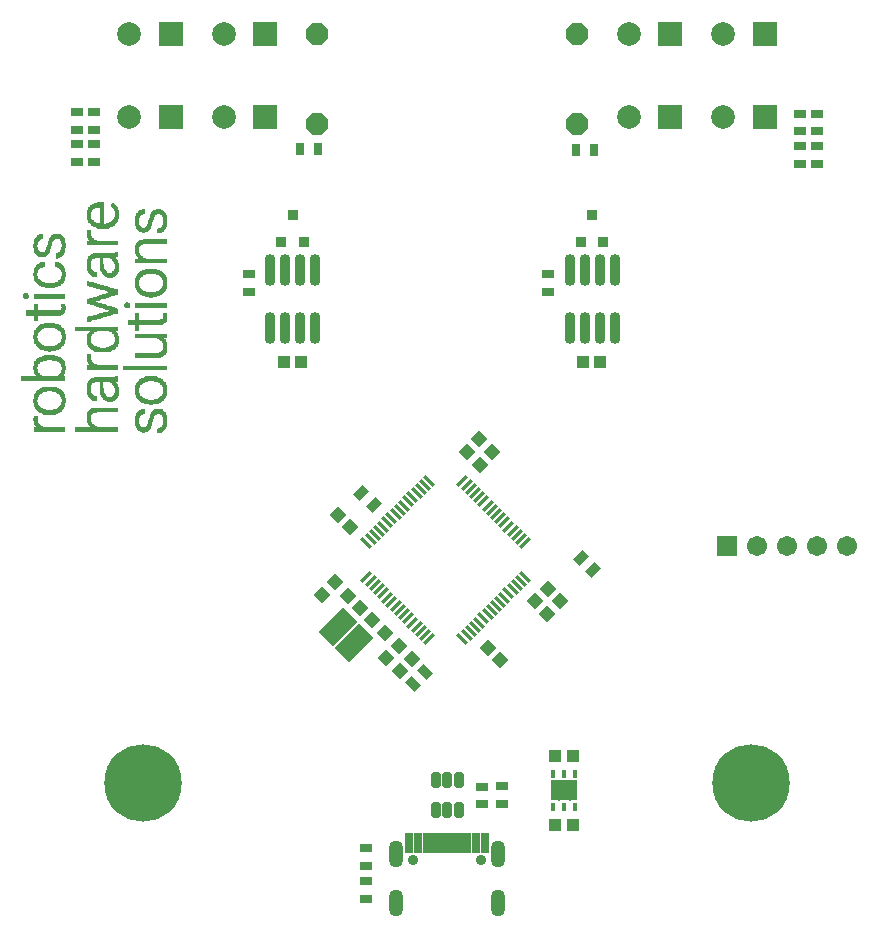
<source format=gts>
G04*
G04 #@! TF.GenerationSoftware,Altium Limited,Altium Designer,24.4.1 (13)*
G04*
G04 Layer_Color=8388736*
%FSLAX25Y25*%
%MOIN*%
G70*
G04*
G04 #@! TF.SameCoordinates,9C3899AD-5D4C-4CBE-B472-155AE0BBF41E*
G04*
G04*
G04 #@! TF.FilePolarity,Negative*
G04*
G01*
G75*
%ADD16C,0.00200*%
G04:AMPARAMS|DCode=26|XSize=47mil|YSize=12mil|CornerRadius=0mil|HoleSize=0mil|Usage=FLASHONLY|Rotation=45.000|XOffset=0mil|YOffset=0mil|HoleType=Round|Shape=Rectangle|*
%AMROTATEDRECTD26*
4,1,4,-0.01237,-0.02086,-0.02086,-0.01237,0.01237,0.02086,0.02086,0.01237,-0.01237,-0.02086,0.0*
%
%ADD26ROTATEDRECTD26*%

G04:AMPARAMS|DCode=27|XSize=47mil|YSize=12mil|CornerRadius=0mil|HoleSize=0mil|Usage=FLASHONLY|Rotation=135.000|XOffset=0mil|YOffset=0mil|HoleType=Round|Shape=Rectangle|*
%AMROTATEDRECTD27*
4,1,4,0.02086,-0.01237,0.01237,-0.02086,-0.02086,0.01237,-0.01237,0.02086,0.02086,-0.01237,0.0*
%
%ADD27ROTATEDRECTD27*%

%ADD32R,0.08668X0.06699*%
%ADD33R,0.01778X0.02762*%
%ADD34R,0.03950X0.03950*%
%ADD35R,0.03162X0.06509*%
%ADD36R,0.01981X0.06509*%
%ADD37R,0.04343X0.03162*%
G04:AMPARAMS|DCode=38|XSize=55.64mil|YSize=31.23mil|CornerRadius=6.9mil|HoleSize=0mil|Usage=FLASHONLY|Rotation=270.000|XOffset=0mil|YOffset=0mil|HoleType=Round|Shape=RoundedRectangle|*
%AMROUNDEDRECTD38*
21,1,0.05564,0.01742,0,0,270.0*
21,1,0.04183,0.03123,0,0,270.0*
1,1,0.01381,-0.00871,-0.02092*
1,1,0.01381,-0.00871,0.02092*
1,1,0.01381,0.00871,0.02092*
1,1,0.01381,0.00871,-0.02092*
%
%ADD38ROUNDEDRECTD38*%
G04:AMPARAMS|DCode=39|XSize=31.62mil|YSize=43.43mil|CornerRadius=0mil|HoleSize=0mil|Usage=FLASHONLY|Rotation=135.000|XOffset=0mil|YOffset=0mil|HoleType=Round|Shape=Rectangle|*
%AMROTATEDRECTD39*
4,1,4,0.02654,0.00418,-0.00418,-0.02654,-0.02654,-0.00418,0.00418,0.02654,0.02654,0.00418,0.0*
%
%ADD39ROTATEDRECTD39*%

%ADD40P,0.05586X4X180.0*%
%ADD41P,0.05586X4X90.0*%
G04:AMPARAMS|DCode=42|XSize=31.62mil|YSize=43.43mil|CornerRadius=0mil|HoleSize=0mil|Usage=FLASHONLY|Rotation=45.000|XOffset=0mil|YOffset=0mil|HoleType=Round|Shape=Rectangle|*
%AMROTATEDRECTD42*
4,1,4,0.00418,-0.02654,-0.02654,0.00418,-0.00418,0.02654,0.02654,-0.00418,0.00418,-0.02654,0.0*
%
%ADD42ROTATEDRECTD42*%

%ADD43O,0.03556X0.10642*%
%ADD44R,0.03800X0.03800*%
%ADD45R,0.03162X0.04343*%
G04:AMPARAMS|DCode=46|XSize=67.06mil|YSize=114.3mil|CornerRadius=0mil|HoleSize=0mil|Usage=FLASHONLY|Rotation=135.000|XOffset=0mil|YOffset=0mil|HoleType=Round|Shape=Rectangle|*
%AMROTATEDRECTD46*
4,1,4,0.06412,0.01670,-0.01670,-0.06412,-0.06412,-0.01670,0.01670,0.06412,0.06412,0.01670,0.0*
%
%ADD46ROTATEDRECTD46*%

%ADD47C,0.07887*%
%ADD48R,0.07887X0.07887*%
G04:AMPARAMS|DCode=49|XSize=70.87mil|YSize=70.87mil|CornerRadius=0mil|HoleSize=0mil|Usage=FLASHONLY|Rotation=0.000|XOffset=0mil|YOffset=0mil|HoleType=Round|Shape=Octagon|*
%AMOCTAGOND49*
4,1,8,0.03543,-0.01772,0.03543,0.01772,0.01772,0.03543,-0.01772,0.03543,-0.03543,0.01772,-0.03543,-0.01772,-0.01772,-0.03543,0.01772,-0.03543,0.03543,-0.01772,0.0*
%
%ADD49OCTAGOND49*%

%ADD50C,0.25800*%
%ADD51O,0.04934X0.09068*%
%ADD52C,0.03556*%
%ADD53R,0.06706X0.06706*%
%ADD54C,0.06706*%
%ADD55C,0.03162*%
D16*
X51365Y161492D02*
Y163292D01*
Y140892D02*
Y142492D01*
Y129692D02*
Y131092D01*
Y119492D02*
Y121092D01*
Y105092D02*
Y106692D01*
Y94892D02*
Y96692D01*
X51165Y160692D02*
Y164292D01*
Y154892D02*
Y156292D01*
Y148492D02*
Y149692D01*
Y140092D02*
Y143492D01*
Y133692D02*
Y134892D01*
Y129092D02*
Y131692D01*
Y123492D02*
Y124692D01*
Y118692D02*
Y122092D01*
Y112892D02*
Y114092D01*
Y104292D02*
Y107692D01*
Y94092D02*
Y97692D01*
X50965Y160092D02*
Y164692D01*
Y154892D02*
Y156292D01*
Y148492D02*
Y149692D01*
Y139692D02*
Y143892D01*
Y133692D02*
Y134892D01*
Y128692D02*
Y131692D01*
Y123492D02*
Y124692D01*
Y118292D02*
Y122492D01*
Y112892D02*
Y114092D01*
Y103892D02*
Y108092D01*
Y93492D02*
Y98092D01*
X50765Y159892D02*
Y165092D01*
Y154892D02*
Y156292D01*
Y148492D02*
Y149692D01*
Y139292D02*
Y144292D01*
Y133692D02*
Y134892D01*
Y128492D02*
Y131492D01*
Y123492D02*
Y124692D01*
Y118092D02*
Y122892D01*
Y112892D02*
Y114092D01*
Y103492D02*
Y108492D01*
Y93292D02*
Y98492D01*
X50565Y159492D02*
Y165292D01*
Y154892D02*
Y156292D01*
Y148492D02*
Y149692D01*
Y139092D02*
Y144492D01*
Y133692D02*
Y134892D01*
Y128492D02*
Y131492D01*
Y123492D02*
Y124692D01*
Y117892D02*
Y123092D01*
Y112892D02*
Y114092D01*
Y103292D02*
Y108692D01*
Y92892D02*
Y98692D01*
X50365Y159292D02*
Y165492D01*
Y154892D02*
Y156292D01*
Y148492D02*
Y149692D01*
Y138892D02*
Y144692D01*
Y133692D02*
Y134892D01*
Y128292D02*
Y131492D01*
Y123492D02*
Y124692D01*
Y117692D02*
Y123292D01*
Y112892D02*
Y114092D01*
Y102892D02*
Y108892D01*
Y92692D02*
Y98892D01*
X50165Y163292D02*
Y165692D01*
Y159092D02*
Y161492D01*
Y154892D02*
Y156292D01*
Y148492D02*
Y149692D01*
Y142492D02*
Y144892D01*
Y138492D02*
Y141092D01*
Y133692D02*
Y134892D01*
Y131292D02*
Y131492D01*
Y128292D02*
Y130092D01*
Y121292D02*
Y124692D01*
Y117492D02*
Y119892D01*
Y112892D02*
Y114092D01*
Y106692D02*
Y109092D01*
Y102692D02*
Y105292D01*
Y96692D02*
Y99092D01*
Y92492D02*
Y94892D01*
X49965Y163892D02*
Y165892D01*
Y158892D02*
Y160892D01*
Y154892D02*
Y156292D01*
Y148492D02*
Y149692D01*
Y143092D02*
Y145092D01*
Y138492D02*
Y140492D01*
Y133692D02*
Y134892D01*
Y128092D02*
Y129692D01*
Y121892D02*
Y124692D01*
Y117492D02*
Y119292D01*
Y112892D02*
Y114092D01*
Y107292D02*
Y109292D01*
Y102692D02*
Y104692D01*
Y97292D02*
Y99292D01*
Y92292D02*
Y94292D01*
X49765Y164292D02*
Y166092D01*
Y158892D02*
Y160692D01*
Y154892D02*
Y156292D01*
Y148492D02*
Y149692D01*
Y143492D02*
Y145292D01*
Y138292D02*
Y140092D01*
Y133692D02*
Y134892D01*
Y128092D02*
Y129492D01*
Y122292D02*
Y124692D01*
Y117292D02*
Y119092D01*
Y112892D02*
Y114092D01*
Y107692D02*
Y109492D01*
Y102492D02*
Y104292D01*
Y97692D02*
Y99492D01*
Y92292D02*
Y94092D01*
X49565Y164492D02*
Y166092D01*
Y158692D02*
Y160292D01*
Y154892D02*
Y156292D01*
Y148492D02*
Y149692D01*
Y143692D02*
Y145492D01*
Y138092D02*
Y139892D01*
Y133692D02*
Y134892D01*
Y128092D02*
Y129492D01*
Y122492D02*
Y124692D01*
Y117292D02*
Y118892D01*
Y112892D02*
Y114092D01*
Y107892D02*
Y109692D01*
Y102292D02*
Y104092D01*
Y97892D02*
Y99492D01*
Y92092D02*
Y93692D01*
X49365Y164692D02*
Y166092D01*
Y158692D02*
Y160092D01*
Y154892D02*
Y156292D01*
Y148492D02*
Y149692D01*
Y143892D02*
Y145692D01*
Y137892D02*
Y139692D01*
Y133692D02*
Y134892D01*
Y128092D02*
Y129492D01*
Y122692D02*
Y124692D01*
Y117092D02*
Y118692D01*
Y112892D02*
Y114092D01*
Y108092D02*
Y109892D01*
Y102092D02*
Y103892D01*
Y98092D02*
Y99492D01*
Y92092D02*
Y93492D01*
X49165Y164892D02*
Y166292D01*
Y158492D02*
Y160092D01*
Y154892D02*
Y156292D01*
Y148492D02*
Y149692D01*
Y144092D02*
Y145692D01*
Y137892D02*
Y139492D01*
Y133692D02*
Y134892D01*
Y128092D02*
Y129292D01*
Y122892D02*
Y124692D01*
Y117092D02*
Y118492D01*
Y112892D02*
Y114092D01*
Y108292D02*
Y109892D01*
Y102092D02*
Y103692D01*
Y98292D02*
Y99692D01*
Y91892D02*
Y93492D01*
X48965Y164892D02*
Y166292D01*
Y158492D02*
Y159892D01*
Y154892D02*
Y156292D01*
Y148492D02*
Y149692D01*
Y144292D02*
Y145892D01*
Y137692D02*
Y139292D01*
Y133692D02*
Y134892D01*
Y128092D02*
Y129292D01*
Y123092D02*
Y124692D01*
Y117092D02*
Y118492D01*
Y112892D02*
Y114092D01*
Y108492D02*
Y110092D01*
Y101892D02*
Y103492D01*
Y98292D02*
Y99692D01*
Y91892D02*
Y93292D01*
X48765Y164892D02*
Y166292D01*
Y158492D02*
Y159892D01*
Y154892D02*
Y156292D01*
Y148492D02*
Y149692D01*
Y144292D02*
Y145892D01*
Y137692D02*
Y139092D01*
Y133692D02*
Y134892D01*
Y128092D02*
Y129292D01*
Y123092D02*
Y124692D01*
Y116892D02*
Y118492D01*
Y112892D02*
Y114092D01*
Y108492D02*
Y110092D01*
Y101892D02*
Y103292D01*
Y98292D02*
Y99692D01*
Y91892D02*
Y93292D01*
X48565Y164892D02*
Y166292D01*
Y158492D02*
Y159892D01*
Y154892D02*
Y156292D01*
Y148492D02*
Y149692D01*
Y144492D02*
Y145892D01*
Y137492D02*
Y139092D01*
Y133692D02*
Y134892D01*
Y128092D02*
Y129292D01*
Y123292D02*
Y124692D01*
Y116892D02*
Y118292D01*
Y112892D02*
Y114092D01*
Y108692D02*
Y110092D01*
Y101692D02*
Y103292D01*
Y98292D02*
Y99692D01*
Y91892D02*
Y93292D01*
X48365Y164892D02*
Y166292D01*
Y158492D02*
Y159692D01*
Y154892D02*
Y156292D01*
Y148492D02*
Y149692D01*
Y144692D02*
Y146092D01*
Y137492D02*
Y138892D01*
Y133692D02*
Y134892D01*
Y128092D02*
Y129292D01*
Y123292D02*
Y124692D01*
Y116892D02*
Y118292D01*
Y112892D02*
Y114092D01*
Y108892D02*
Y110292D01*
Y101692D02*
Y103092D01*
Y98292D02*
Y99692D01*
Y91892D02*
Y93092D01*
X48165Y164892D02*
Y166292D01*
Y154892D02*
Y156292D01*
Y148492D02*
Y149692D01*
Y144692D02*
Y146092D01*
Y137492D02*
Y138892D01*
Y133692D02*
Y134892D01*
Y128092D02*
Y129292D01*
Y123492D02*
Y124692D01*
Y116892D02*
Y118292D01*
Y112892D02*
Y114092D01*
Y108892D02*
Y110292D01*
Y101692D02*
Y103092D01*
Y98292D02*
Y99692D01*
X47965Y164892D02*
Y166292D01*
Y154892D02*
Y156292D01*
Y148492D02*
Y149692D01*
Y144692D02*
Y146092D01*
Y137292D02*
Y138892D01*
Y133692D02*
Y134892D01*
Y128092D02*
Y129292D01*
Y123492D02*
Y124692D01*
Y116892D02*
Y118292D01*
Y112892D02*
Y114092D01*
Y108892D02*
Y110292D01*
Y101492D02*
Y102892D01*
Y98292D02*
Y99692D01*
X47765Y164692D02*
Y166292D01*
Y154892D02*
Y156292D01*
Y148492D02*
Y149692D01*
Y144892D02*
Y146292D01*
Y137292D02*
Y138692D01*
Y133692D02*
Y134892D01*
Y128092D02*
Y129292D01*
Y123492D02*
Y124692D01*
Y116892D02*
Y118292D01*
Y112892D02*
Y114092D01*
Y109092D02*
Y110492D01*
Y101492D02*
Y102892D01*
Y98092D02*
Y99692D01*
X47565Y164492D02*
Y166092D01*
Y154892D02*
Y156292D01*
Y148492D02*
Y149692D01*
Y144892D02*
Y146292D01*
Y137292D02*
Y138692D01*
Y133692D02*
Y134892D01*
Y128092D02*
Y129292D01*
Y123492D02*
Y124692D01*
Y116892D02*
Y118292D01*
Y112892D02*
Y114092D01*
Y109092D02*
Y110492D01*
Y101492D02*
Y102892D01*
Y97892D02*
Y99492D01*
X47365Y164292D02*
Y166092D01*
Y154892D02*
Y156292D01*
Y148492D02*
Y149692D01*
Y144892D02*
Y146292D01*
Y137292D02*
Y138692D01*
Y133692D02*
Y134892D01*
Y128092D02*
Y129292D01*
Y123492D02*
Y124692D01*
Y116892D02*
Y118292D01*
Y112892D02*
Y114092D01*
Y109092D02*
Y110492D01*
Y101492D02*
Y102892D01*
Y97692D02*
Y99492D01*
X47165Y164092D02*
Y165892D01*
Y154892D02*
Y156292D01*
Y148492D02*
Y149692D01*
Y144892D02*
Y146292D01*
Y137292D02*
Y138492D01*
Y133692D02*
Y134892D01*
Y128092D02*
Y129292D01*
Y123492D02*
Y124692D01*
Y116892D02*
Y118292D01*
Y112892D02*
Y114092D01*
Y109092D02*
Y110492D01*
Y101492D02*
Y102692D01*
Y97492D02*
Y99292D01*
X46965Y163692D02*
Y165892D01*
Y154892D02*
Y156292D01*
Y148492D02*
Y149692D01*
Y145092D02*
Y146292D01*
Y137292D02*
Y138492D01*
Y133692D02*
Y134892D01*
Y128092D02*
Y129292D01*
Y123492D02*
Y124692D01*
Y116892D02*
Y118292D01*
Y112892D02*
Y114092D01*
Y109292D02*
Y110492D01*
Y101492D02*
Y102692D01*
Y97092D02*
Y99292D01*
X46765Y163092D02*
Y165692D01*
Y154892D02*
Y156292D01*
Y148492D02*
Y149692D01*
Y145092D02*
Y146292D01*
Y137292D02*
Y138492D01*
Y133692D02*
Y134892D01*
Y128092D02*
Y129292D01*
Y123492D02*
Y124692D01*
Y116892D02*
Y118292D01*
Y112892D02*
Y114092D01*
Y109292D02*
Y110492D01*
Y101492D02*
Y102692D01*
Y96492D02*
Y99092D01*
X46565Y162292D02*
Y165492D01*
Y154892D02*
Y156292D01*
Y148492D02*
Y149692D01*
Y145092D02*
Y146292D01*
Y137092D02*
Y138492D01*
Y133692D02*
Y134892D01*
Y128092D02*
Y129292D01*
Y123492D02*
Y124692D01*
Y116892D02*
Y118292D01*
Y112892D02*
Y114092D01*
Y109292D02*
Y110492D01*
Y101292D02*
Y102692D01*
Y95692D02*
Y98892D01*
X46365Y161492D02*
Y165292D01*
Y154892D02*
Y156292D01*
Y148492D02*
Y149692D01*
Y145092D02*
Y146292D01*
Y137092D02*
Y138492D01*
Y133692D02*
Y134892D01*
Y128092D02*
Y129292D01*
Y123492D02*
Y124692D01*
Y116892D02*
Y118292D01*
Y112892D02*
Y114092D01*
Y109292D02*
Y110492D01*
Y101292D02*
Y102692D01*
Y94892D02*
Y98692D01*
X46165Y160892D02*
Y164892D01*
Y154892D02*
Y156292D01*
Y148492D02*
Y149692D01*
Y145092D02*
Y146292D01*
Y137092D02*
Y138492D01*
Y133692D02*
Y134892D01*
Y128092D02*
Y129292D01*
Y123492D02*
Y124692D01*
Y116892D02*
Y118292D01*
Y112892D02*
Y114092D01*
Y109292D02*
Y110492D01*
Y101292D02*
Y102692D01*
Y94292D02*
Y98292D01*
X45965Y160292D02*
Y164492D01*
Y154892D02*
Y156292D01*
Y148492D02*
Y149692D01*
Y145092D02*
Y146292D01*
Y137092D02*
Y138492D01*
Y133692D02*
Y134892D01*
Y128092D02*
Y129292D01*
Y123492D02*
Y124692D01*
Y116892D02*
Y118292D01*
Y112892D02*
Y114092D01*
Y109292D02*
Y110492D01*
Y101292D02*
Y102692D01*
Y93692D02*
Y97892D01*
X45765Y159892D02*
Y163892D01*
Y154892D02*
Y156292D01*
Y148492D02*
Y149692D01*
Y145092D02*
Y146292D01*
Y137092D02*
Y138492D01*
Y133692D02*
Y134892D01*
Y128092D02*
Y129292D01*
Y123492D02*
Y124692D01*
Y116892D02*
Y118292D01*
Y112892D02*
Y114092D01*
Y109292D02*
Y110492D01*
Y101292D02*
Y102692D01*
Y93292D02*
Y97292D01*
X45565Y159692D02*
Y163292D01*
Y154892D02*
Y156292D01*
Y148492D02*
Y149692D01*
Y145092D02*
Y146292D01*
Y137092D02*
Y138492D01*
Y133692D02*
Y134892D01*
Y128092D02*
Y129292D01*
Y123492D02*
Y124692D01*
Y116892D02*
Y118292D01*
Y112892D02*
Y114092D01*
Y109292D02*
Y110492D01*
Y101292D02*
Y102692D01*
Y93092D02*
Y96692D01*
X45365Y159492D02*
Y162492D01*
Y154892D02*
Y156292D01*
Y148492D02*
Y149692D01*
Y145092D02*
Y146292D01*
Y137292D02*
Y138492D01*
Y133692D02*
Y134892D01*
Y128092D02*
Y129292D01*
Y123492D02*
Y124692D01*
Y116892D02*
Y118292D01*
Y112892D02*
Y114092D01*
Y109292D02*
Y110492D01*
Y101492D02*
Y102692D01*
Y92892D02*
Y95892D01*
X45165Y159292D02*
Y161692D01*
Y154892D02*
Y156292D01*
Y148492D02*
Y149692D01*
Y145092D02*
Y146292D01*
Y137292D02*
Y138492D01*
Y133692D02*
Y134892D01*
Y128092D02*
Y129292D01*
Y123492D02*
Y124692D01*
Y116892D02*
Y118292D01*
Y112892D02*
Y114092D01*
Y109292D02*
Y110492D01*
Y101492D02*
Y102692D01*
Y92692D02*
Y95092D01*
X44965Y159092D02*
Y161292D01*
Y154892D02*
Y156292D01*
Y148492D02*
Y149692D01*
Y144892D02*
Y146292D01*
Y137292D02*
Y138692D01*
Y133692D02*
Y134892D01*
Y128092D02*
Y129292D01*
Y123492D02*
Y124692D01*
Y116892D02*
Y118292D01*
Y112892D02*
Y114092D01*
Y109092D02*
Y110492D01*
Y101492D02*
Y102892D01*
Y92492D02*
Y94692D01*
X44765Y158892D02*
Y160892D01*
Y154892D02*
Y156292D01*
Y148492D02*
Y149692D01*
Y144892D02*
Y146292D01*
Y137292D02*
Y138692D01*
Y133692D02*
Y134892D01*
Y128092D02*
Y129292D01*
Y123492D02*
Y124692D01*
Y116892D02*
Y118292D01*
Y112892D02*
Y114092D01*
Y109092D02*
Y110492D01*
Y101492D02*
Y102892D01*
Y92292D02*
Y94292D01*
X44565Y158892D02*
Y160492D01*
Y154892D02*
Y156292D01*
Y148492D02*
Y149692D01*
Y144892D02*
Y146292D01*
Y137292D02*
Y138692D01*
Y133692D02*
Y134892D01*
Y128092D02*
Y129292D01*
Y123492D02*
Y124692D01*
Y116892D02*
Y118292D01*
Y112892D02*
Y114092D01*
Y109092D02*
Y110492D01*
Y101492D02*
Y102892D01*
Y92292D02*
Y93892D01*
X44365Y158892D02*
Y160292D01*
Y154892D02*
Y156292D01*
Y148492D02*
Y149692D01*
Y144892D02*
Y146292D01*
Y137292D02*
Y138692D01*
Y133692D02*
Y134892D01*
Y128092D02*
Y129292D01*
Y123492D02*
Y124692D01*
Y116892D02*
Y118292D01*
Y112892D02*
Y114092D01*
Y109092D02*
Y110492D01*
Y101492D02*
Y102892D01*
Y92292D02*
Y93692D01*
X44165Y158892D02*
Y160292D01*
Y154892D02*
Y156292D01*
Y148492D02*
Y149892D01*
Y144692D02*
Y146092D01*
Y137492D02*
Y138892D01*
Y133692D02*
Y134892D01*
Y128092D02*
Y129292D01*
Y123492D02*
Y124692D01*
Y116892D02*
Y118292D01*
Y112892D02*
Y114092D01*
Y108892D02*
Y110292D01*
Y101492D02*
Y103092D01*
Y92292D02*
Y93692D01*
X43965Y164892D02*
Y166292D01*
Y158692D02*
Y160092D01*
Y154892D02*
Y156292D01*
Y148492D02*
Y149892D01*
Y144692D02*
Y146092D01*
Y137492D02*
Y138892D01*
Y133692D02*
Y134892D01*
Y128092D02*
Y129292D01*
Y123492D02*
Y124692D01*
Y116892D02*
Y118292D01*
Y112892D02*
Y114092D01*
Y108892D02*
Y110292D01*
Y101692D02*
Y103092D01*
Y98292D02*
Y99692D01*
Y92092D02*
Y93492D01*
X43765Y164892D02*
Y166292D01*
Y158692D02*
Y160092D01*
Y154892D02*
Y156292D01*
Y148492D02*
Y150092D01*
Y144492D02*
Y146092D01*
Y137492D02*
Y139092D01*
Y133692D02*
Y134892D01*
Y128092D02*
Y129292D01*
Y123492D02*
Y124692D01*
Y116892D02*
Y118292D01*
Y112892D02*
Y114092D01*
Y108692D02*
Y110292D01*
Y101692D02*
Y103292D01*
Y98292D02*
Y99692D01*
Y92092D02*
Y93492D01*
X43565Y164892D02*
Y166292D01*
Y158692D02*
Y160092D01*
Y154892D02*
Y156292D01*
Y148492D02*
Y150092D01*
Y144492D02*
Y145892D01*
Y137692D02*
Y139092D01*
Y133692D02*
Y134892D01*
Y128092D02*
Y129292D01*
Y123492D02*
Y124692D01*
Y116892D02*
Y118292D01*
Y112892D02*
Y114092D01*
Y108692D02*
Y110092D01*
Y101892D02*
Y103292D01*
Y98292D02*
Y99692D01*
Y92092D02*
Y93492D01*
X43365Y164892D02*
Y166292D01*
Y158692D02*
Y160092D01*
Y154692D02*
Y156092D01*
Y148492D02*
Y150292D01*
Y144292D02*
Y145892D01*
Y137692D02*
Y139292D01*
Y133692D02*
Y134892D01*
Y128092D02*
Y129292D01*
Y123492D02*
Y124692D01*
Y116892D02*
Y118292D01*
Y112892D02*
Y114092D01*
Y108492D02*
Y110092D01*
Y101892D02*
Y103492D01*
Y98292D02*
Y99692D01*
Y92092D02*
Y93492D01*
X43165Y164692D02*
Y166092D01*
Y158692D02*
Y160092D01*
Y154692D02*
Y156092D01*
Y148492D02*
Y150492D01*
Y144092D02*
Y145692D01*
Y137692D02*
Y139292D01*
Y133692D02*
Y134892D01*
Y128092D02*
Y129292D01*
Y123492D02*
Y124692D01*
Y116892D02*
Y118292D01*
Y112892D02*
Y114092D01*
Y108292D02*
Y109892D01*
Y101892D02*
Y103492D01*
Y98092D02*
Y99492D01*
Y92092D02*
Y93492D01*
X42965Y164692D02*
Y166092D01*
Y158892D02*
Y160292D01*
Y154692D02*
Y156092D01*
Y148492D02*
Y150492D01*
Y144092D02*
Y145692D01*
Y137892D02*
Y139492D01*
Y133692D02*
Y134892D01*
Y128092D02*
Y129292D01*
Y123492D02*
Y124692D01*
Y116892D02*
Y118292D01*
Y112892D02*
Y114092D01*
Y108292D02*
Y109892D01*
Y102092D02*
Y103692D01*
Y98092D02*
Y99492D01*
Y92292D02*
Y93692D01*
X42765Y164492D02*
Y166092D01*
Y158892D02*
Y160292D01*
Y154492D02*
Y156092D01*
Y148492D02*
Y150692D01*
Y143892D02*
Y145492D01*
Y138092D02*
Y139692D01*
Y133692D02*
Y134892D01*
Y128092D02*
Y129292D01*
Y123492D02*
Y124692D01*
Y116892D02*
Y118292D01*
Y112892D02*
Y114092D01*
Y108092D02*
Y109692D01*
Y102292D02*
Y103892D01*
Y97892D02*
Y99492D01*
Y92292D02*
Y93692D01*
X42565Y164292D02*
Y165892D01*
Y158892D02*
Y160492D01*
Y154292D02*
Y155892D01*
Y148492D02*
Y150892D01*
Y143692D02*
Y145492D01*
Y138092D02*
Y139892D01*
Y133692D02*
Y134892D01*
Y128092D02*
Y129292D01*
Y123492D02*
Y124692D01*
Y116892D02*
Y118292D01*
Y112892D02*
Y114092D01*
Y107892D02*
Y109692D01*
Y102292D02*
Y104092D01*
Y97692D02*
Y99292D01*
Y92292D02*
Y93892D01*
X42365Y163892D02*
Y165892D01*
Y159092D02*
Y160892D01*
Y154092D02*
Y155892D01*
Y148492D02*
Y151292D01*
Y143292D02*
Y145292D01*
Y138292D02*
Y140292D01*
Y133692D02*
Y134892D01*
Y128092D02*
Y129292D01*
Y123492D02*
Y124692D01*
Y116892D02*
Y118292D01*
Y112892D02*
Y114092D01*
Y107492D02*
Y109492D01*
Y102492D02*
Y104492D01*
Y97292D02*
Y99292D01*
Y92492D02*
Y94292D01*
X42165Y163692D02*
Y165692D01*
Y159092D02*
Y161092D01*
Y153892D02*
Y155892D01*
Y149892D02*
Y151692D01*
Y148492D02*
Y149692D01*
Y142892D02*
Y145092D01*
Y138492D02*
Y140692D01*
Y133692D02*
Y134892D01*
Y128092D02*
Y129292D01*
Y123492D02*
Y124692D01*
Y116892D02*
Y118292D01*
Y112892D02*
Y114092D01*
Y107092D02*
Y109292D01*
Y102692D02*
Y104892D01*
Y97092D02*
Y99092D01*
Y92492D02*
Y94492D01*
X41965Y162892D02*
Y165492D01*
Y159292D02*
Y161892D01*
Y153092D02*
Y155692D01*
Y150092D02*
Y152292D01*
Y148492D02*
Y149692D01*
Y142292D02*
Y144892D01*
Y138692D02*
Y141292D01*
Y133692D02*
Y134892D01*
Y126092D02*
Y131492D01*
Y123492D02*
Y124692D01*
Y116892D02*
Y118292D01*
Y112892D02*
Y114092D01*
Y106492D02*
Y109092D01*
Y102892D02*
Y105492D01*
Y96292D02*
Y98892D01*
Y92692D02*
Y95292D01*
X41765Y159492D02*
Y165492D01*
Y150292D02*
Y155492D01*
Y148492D02*
Y149692D01*
Y138892D02*
Y144692D01*
Y133692D02*
Y134892D01*
Y126092D02*
Y131492D01*
Y123492D02*
Y124692D01*
Y116892D02*
Y118292D01*
Y112892D02*
Y114092D01*
Y103092D02*
Y108892D01*
Y92892D02*
Y98892D01*
X41565Y159692D02*
Y165092D01*
Y150492D02*
Y155292D01*
Y148492D02*
Y149692D01*
Y139092D02*
Y144492D01*
Y133692D02*
Y134892D01*
Y126092D02*
Y131492D01*
Y123492D02*
Y124692D01*
Y116892D02*
Y118292D01*
Y112892D02*
Y114092D01*
Y103292D02*
Y108692D01*
Y93092D02*
Y98492D01*
X41365Y160092D02*
Y164892D01*
Y150892D02*
Y155092D01*
Y148492D02*
Y149692D01*
Y139492D02*
Y144092D01*
Y133692D02*
Y134892D01*
Y126092D02*
Y131492D01*
Y123492D02*
Y124692D01*
Y116892D02*
Y118292D01*
Y112892D02*
Y114092D01*
Y103692D02*
Y108292D01*
Y93492D02*
Y98292D01*
X41165Y160292D02*
Y164492D01*
Y151092D02*
Y154892D01*
Y148492D02*
Y149692D01*
Y139892D02*
Y143692D01*
Y133692D02*
Y134892D01*
Y126092D02*
Y131492D01*
Y123492D02*
Y124692D01*
Y116892D02*
Y118292D01*
Y112892D02*
Y114092D01*
Y104092D02*
Y107892D01*
Y93692D02*
Y97892D01*
X40965Y160892D02*
Y163892D01*
Y151692D02*
Y154292D01*
Y148492D02*
Y149692D01*
Y140292D02*
Y143292D01*
Y133692D02*
Y134892D01*
Y126092D02*
Y131492D01*
Y123492D02*
Y124692D01*
Y116892D02*
Y118292D01*
Y112892D02*
Y114092D01*
Y104492D02*
Y107492D01*
Y94292D02*
Y97292D01*
X40765Y128092D02*
Y129292D01*
Y112892D02*
Y114092D01*
X40565Y128092D02*
Y129292D01*
Y112892D02*
Y114092D01*
X40365Y128092D02*
Y129292D01*
Y112892D02*
Y114092D01*
X40165Y128092D02*
Y129292D01*
Y112892D02*
Y114092D01*
X39965Y128092D02*
Y129292D01*
Y112892D02*
Y114092D01*
X39765Y128092D02*
Y129292D01*
Y112892D02*
Y114092D01*
X39565Y128092D02*
Y129292D01*
Y112892D02*
Y114092D01*
X39365Y128092D02*
Y129292D01*
Y112892D02*
Y114092D01*
X39165Y128092D02*
Y129292D01*
Y112892D02*
Y114092D01*
X38965Y134092D02*
Y134692D01*
Y128092D02*
Y129292D01*
Y112892D02*
Y114092D01*
X38765Y133692D02*
Y135092D01*
Y128092D02*
Y129292D01*
Y112892D02*
Y114092D01*
X38565Y133492D02*
Y135092D01*
Y128092D02*
Y129292D01*
Y112892D02*
Y114092D01*
X38365Y133492D02*
Y135092D01*
Y112892D02*
Y114092D01*
X38165Y133492D02*
Y135292D01*
Y112892D02*
Y114092D01*
X37965Y133492D02*
Y135292D01*
Y112892D02*
Y114092D01*
X37765Y133492D02*
Y135092D01*
Y112892D02*
Y114092D01*
X37565Y133692D02*
Y135092D01*
Y112892D02*
Y114092D01*
X37365Y133892D02*
Y134692D01*
Y112892D02*
Y114092D01*
X37165Y112892D02*
Y114092D01*
X36965Y112892D02*
Y114092D01*
X36765Y112892D02*
Y114092D01*
X35165Y163292D02*
Y166092D01*
Y145692D02*
Y148292D01*
Y121492D02*
Y124092D01*
Y104292D02*
Y106892D01*
X34965Y162692D02*
Y166692D01*
Y154492D02*
Y155692D01*
Y150492D02*
Y151892D01*
Y145292D02*
Y148892D01*
Y138092D02*
Y139492D01*
Y131892D02*
Y133092D01*
Y125892D02*
Y127092D01*
Y121092D02*
Y124692D01*
Y113092D02*
Y114292D01*
Y109092D02*
Y110492D01*
Y103892D02*
Y107492D01*
Y98892D02*
Y100092D01*
Y92292D02*
Y93692D01*
X34765Y162292D02*
Y167092D01*
Y154492D02*
Y155692D01*
Y150492D02*
Y151892D01*
Y144892D02*
Y149292D01*
Y138092D02*
Y139492D01*
Y131692D02*
Y133092D01*
Y125892D02*
Y127092D01*
Y120692D02*
Y125092D01*
Y113092D02*
Y114292D01*
Y109092D02*
Y110492D01*
Y103492D02*
Y107892D01*
Y98892D02*
Y100092D01*
Y92292D02*
Y93692D01*
X34565Y162092D02*
Y167292D01*
Y154492D02*
Y155692D01*
Y150492D02*
Y151892D01*
Y144692D02*
Y149692D01*
Y138092D02*
Y139492D01*
Y131692D02*
Y133292D01*
Y125892D02*
Y127092D01*
Y120492D02*
Y125292D01*
Y113092D02*
Y114292D01*
Y109092D02*
Y110492D01*
Y103292D02*
Y108292D01*
Y98892D02*
Y100092D01*
Y92292D02*
Y93692D01*
X34365Y161692D02*
Y167492D01*
Y154492D02*
Y155692D01*
Y150492D02*
Y151892D01*
Y144492D02*
Y149892D01*
Y137892D02*
Y139492D01*
Y131692D02*
Y133292D01*
Y125892D02*
Y127092D01*
Y120292D02*
Y125492D01*
Y113092D02*
Y114292D01*
Y109092D02*
Y110492D01*
Y103092D02*
Y108492D01*
Y98892D02*
Y100092D01*
Y92292D02*
Y93692D01*
X34165Y164892D02*
Y167692D01*
Y161492D02*
Y164492D01*
Y154492D02*
Y155692D01*
Y150292D02*
Y151692D01*
Y144292D02*
Y150092D01*
Y137892D02*
Y139692D01*
Y131692D02*
Y133292D01*
Y125892D02*
Y127092D01*
Y120092D02*
Y125692D01*
Y113092D02*
Y114292D01*
Y108892D02*
Y110292D01*
Y102892D02*
Y108692D01*
Y98892D02*
Y100092D01*
Y92292D02*
Y93692D01*
X33965Y165892D02*
Y167892D01*
Y161292D02*
Y163492D01*
Y154492D02*
Y155692D01*
Y148292D02*
Y151692D01*
Y144092D02*
Y146292D01*
Y137892D02*
Y139692D01*
Y131492D02*
Y133492D01*
Y124092D02*
Y127092D01*
Y119892D02*
Y122092D01*
Y113092D02*
Y114292D01*
Y106892D02*
Y110292D01*
Y102692D02*
Y104892D01*
Y98892D02*
Y100092D01*
Y92292D02*
Y93692D01*
X33765Y166292D02*
Y168092D01*
Y161092D02*
Y163092D01*
Y154492D02*
Y155692D01*
Y148692D02*
Y151692D01*
Y143892D02*
Y145892D01*
Y137692D02*
Y139692D01*
Y131492D02*
Y133492D01*
Y124492D02*
Y127092D01*
Y119692D02*
Y121692D01*
Y113092D02*
Y114292D01*
Y107292D02*
Y110292D01*
Y102492D02*
Y104492D01*
Y98892D02*
Y100092D01*
Y92292D02*
Y93692D01*
X33565Y166692D02*
Y168292D01*
Y161092D02*
Y162892D01*
Y154492D02*
Y155692D01*
Y149092D02*
Y151692D01*
Y143892D02*
Y145692D01*
Y137692D02*
Y139892D01*
Y131492D02*
Y133492D01*
Y124892D02*
Y127092D01*
Y119692D02*
Y121292D01*
Y113092D02*
Y114292D01*
Y107692D02*
Y110292D01*
Y102492D02*
Y104292D01*
Y98892D02*
Y100092D01*
Y92292D02*
Y93692D01*
X33365Y166892D02*
Y168292D01*
Y160892D02*
Y162692D01*
Y154492D02*
Y155692D01*
Y149292D02*
Y151692D01*
Y143892D02*
Y145492D01*
Y137692D02*
Y139892D01*
Y131292D02*
Y133692D01*
Y125092D02*
Y127092D01*
Y119492D02*
Y121092D01*
Y113092D02*
Y114292D01*
Y107892D02*
Y110292D01*
Y102492D02*
Y104092D01*
Y98892D02*
Y100092D01*
Y92292D02*
Y93692D01*
X33165Y167092D02*
Y168092D01*
Y160692D02*
Y162492D01*
Y154492D02*
Y155692D01*
Y149692D02*
Y151692D01*
Y143692D02*
Y145292D01*
Y137492D02*
Y139892D01*
Y131292D02*
Y133692D01*
Y125292D02*
Y127092D01*
Y119492D02*
Y120892D01*
Y113092D02*
Y114292D01*
Y108292D02*
Y110292D01*
Y102292D02*
Y103892D01*
Y98892D02*
Y100092D01*
Y92292D02*
Y93692D01*
X32965Y167292D02*
Y167892D01*
Y160692D02*
Y162292D01*
Y154492D02*
Y155692D01*
Y149892D02*
Y151692D01*
Y143692D02*
Y145092D01*
Y137492D02*
Y139892D01*
Y131292D02*
Y133692D01*
Y125492D02*
Y127092D01*
Y119292D02*
Y120892D01*
Y113092D02*
Y114292D01*
Y108492D02*
Y110292D01*
Y102292D02*
Y103692D01*
Y98892D02*
Y100092D01*
Y92292D02*
Y93692D01*
X32765Y160492D02*
Y162092D01*
Y154492D02*
Y155692D01*
Y149892D02*
Y151692D01*
Y143692D02*
Y145092D01*
Y138892D02*
Y140092D01*
Y137492D02*
Y138692D01*
Y131292D02*
Y133892D01*
Y125492D02*
Y127092D01*
Y119292D02*
Y120692D01*
Y113092D02*
Y114292D01*
Y108492D02*
Y110292D01*
Y102292D02*
Y103692D01*
Y98892D02*
Y100092D01*
Y92292D02*
Y93692D01*
X32565Y160492D02*
Y161892D01*
Y154492D02*
Y155692D01*
Y150092D02*
Y151692D01*
Y143692D02*
Y145092D01*
Y138892D02*
Y140092D01*
Y137292D02*
Y138692D01*
Y132692D02*
Y133892D01*
Y131092D02*
Y132492D01*
Y125692D02*
Y127092D01*
Y119092D02*
Y120692D01*
Y113092D02*
Y114292D01*
Y108692D02*
Y110292D01*
Y102292D02*
Y103692D01*
Y98892D02*
Y100092D01*
Y92292D02*
Y93692D01*
X32365Y160292D02*
Y161892D01*
Y154492D02*
Y155692D01*
Y150292D02*
Y151692D01*
Y143692D02*
Y145092D01*
Y138892D02*
Y140092D01*
Y137292D02*
Y138492D01*
Y132692D02*
Y133892D01*
Y131092D02*
Y132292D01*
Y125692D02*
Y127092D01*
Y119092D02*
Y120492D01*
Y113092D02*
Y114292D01*
Y108892D02*
Y110292D01*
Y102292D02*
Y103692D01*
Y98892D02*
Y100092D01*
Y92292D02*
Y93692D01*
X32165Y160292D02*
Y161692D01*
Y154492D02*
Y155692D01*
Y150292D02*
Y151692D01*
Y143692D02*
Y145092D01*
Y138892D02*
Y140292D01*
Y137292D02*
Y138492D01*
Y132692D02*
Y133892D01*
Y131092D02*
Y132292D01*
Y125892D02*
Y127092D01*
Y119092D02*
Y120492D01*
Y113092D02*
Y114292D01*
Y108892D02*
Y110292D01*
Y102292D02*
Y103692D01*
Y98892D02*
Y100092D01*
Y92292D02*
Y93692D01*
X31965Y160292D02*
Y161692D01*
Y154492D02*
Y155692D01*
Y150292D02*
Y151692D01*
Y143692D02*
Y145092D01*
Y139092D02*
Y140292D01*
Y137092D02*
Y138492D01*
Y132892D02*
Y134092D01*
Y130892D02*
Y132292D01*
Y125892D02*
Y127092D01*
Y118892D02*
Y120292D01*
Y113092D02*
Y114292D01*
Y108892D02*
Y110292D01*
Y102292D02*
Y103692D01*
Y98892D02*
Y100092D01*
Y92292D02*
Y93692D01*
X31765Y160092D02*
Y161492D01*
Y154492D02*
Y155692D01*
Y150292D02*
Y151692D01*
Y143692D02*
Y145092D01*
Y139092D02*
Y140292D01*
Y137092D02*
Y138292D01*
Y132892D02*
Y134092D01*
Y130892D02*
Y132292D01*
Y125892D02*
Y127092D01*
Y118892D02*
Y120292D01*
Y113092D02*
Y114292D01*
Y108892D02*
Y110292D01*
Y102292D02*
Y103692D01*
Y98892D02*
Y100092D01*
Y92292D02*
Y93692D01*
X31565Y160092D02*
Y161492D01*
Y154492D02*
Y155692D01*
Y150292D02*
Y151692D01*
Y143692D02*
Y145092D01*
Y139092D02*
Y140492D01*
Y137092D02*
Y138292D01*
Y132892D02*
Y134092D01*
Y130892D02*
Y132092D01*
Y125892D02*
Y127092D01*
Y118892D02*
Y120292D01*
Y113092D02*
Y114292D01*
Y108892D02*
Y110292D01*
Y102292D02*
Y103692D01*
Y98892D02*
Y100092D01*
Y92292D02*
Y93692D01*
X31365Y160092D02*
Y161492D01*
Y154492D02*
Y155692D01*
Y150292D02*
Y151692D01*
Y143892D02*
Y145292D01*
Y139292D02*
Y140492D01*
Y136892D02*
Y138292D01*
Y133092D02*
Y134292D01*
Y130892D02*
Y132092D01*
Y125892D02*
Y127092D01*
Y118892D02*
Y120292D01*
Y113092D02*
Y114292D01*
Y108892D02*
Y110292D01*
Y102492D02*
Y103892D01*
Y98892D02*
Y100092D01*
Y92292D02*
Y93692D01*
X31165Y160092D02*
Y161492D01*
Y154492D02*
Y155692D01*
Y150292D02*
Y151692D01*
Y143892D02*
Y145492D01*
Y139292D02*
Y140492D01*
Y136892D02*
Y138092D01*
Y133092D02*
Y134292D01*
Y130692D02*
Y132092D01*
Y125892D02*
Y127092D01*
Y118892D02*
Y120292D01*
Y113092D02*
Y114292D01*
Y108892D02*
Y110292D01*
Y102492D02*
Y104092D01*
Y98892D02*
Y100092D01*
Y92292D02*
Y93692D01*
X30965Y160092D02*
Y161292D01*
Y154492D02*
Y155692D01*
Y150292D02*
Y151692D01*
Y143892D02*
Y145692D01*
Y139292D02*
Y140492D01*
Y136892D02*
Y138092D01*
Y133092D02*
Y134292D01*
Y130692D02*
Y131892D01*
Y125892D02*
Y127092D01*
Y118892D02*
Y120092D01*
Y113092D02*
Y114292D01*
Y108892D02*
Y110292D01*
Y102492D02*
Y104292D01*
Y98892D02*
Y100092D01*
Y92292D02*
Y93692D01*
X30765Y160092D02*
Y161292D01*
Y154492D02*
Y155692D01*
Y150292D02*
Y151692D01*
Y144092D02*
Y145892D01*
Y139292D02*
Y140692D01*
Y136692D02*
Y138092D01*
Y133292D02*
Y134492D01*
Y130692D02*
Y131892D01*
Y125892D02*
Y127092D01*
Y118892D02*
Y120092D01*
Y113092D02*
Y114292D01*
Y108892D02*
Y110292D01*
Y102692D02*
Y104492D01*
Y98892D02*
Y100092D01*
Y92292D02*
Y93692D01*
X30565Y160092D02*
Y161292D01*
Y154492D02*
Y155692D01*
Y150292D02*
Y151692D01*
Y144292D02*
Y146292D01*
Y139492D02*
Y140692D01*
Y136692D02*
Y137892D01*
Y133292D02*
Y134492D01*
Y130492D02*
Y131892D01*
Y125892D02*
Y127092D01*
Y118892D02*
Y120092D01*
Y113092D02*
Y114292D01*
Y108892D02*
Y110292D01*
Y102892D02*
Y104892D01*
Y98892D02*
Y100092D01*
Y92292D02*
Y93692D01*
X30365Y160092D02*
Y161292D01*
Y154492D02*
Y155692D01*
Y150292D02*
Y151692D01*
Y144492D02*
Y146892D01*
Y139492D02*
Y140692D01*
Y136692D02*
Y137892D01*
Y133292D02*
Y134492D01*
Y130492D02*
Y131892D01*
Y125892D02*
Y127092D01*
Y118892D02*
Y120092D01*
Y113092D02*
Y114292D01*
Y108892D02*
Y110292D01*
Y103092D02*
Y105492D01*
Y98892D02*
Y100092D01*
Y92292D02*
Y93692D01*
X30165Y160092D02*
Y168492D01*
Y154492D02*
Y155692D01*
Y150292D02*
Y151692D01*
Y144692D02*
Y147892D01*
Y139492D02*
Y140892D01*
Y136692D02*
Y137892D01*
Y133292D02*
Y134692D01*
Y130492D02*
Y131692D01*
Y125892D02*
Y127092D01*
Y118892D02*
Y120092D01*
Y113092D02*
Y114292D01*
Y108892D02*
Y110292D01*
Y103292D02*
Y106492D01*
Y98892D02*
Y100092D01*
Y92292D02*
Y93692D01*
X29965Y160092D02*
Y168492D01*
Y154492D02*
Y155692D01*
Y144892D02*
Y151692D01*
Y139492D02*
Y140892D01*
Y136492D02*
Y137892D01*
Y133492D02*
Y134692D01*
Y130292D02*
Y131692D01*
Y125892D02*
Y127092D01*
Y118892D02*
Y120092D01*
Y113092D02*
Y114292D01*
Y103492D02*
Y110292D01*
Y98892D02*
Y100092D01*
Y92292D02*
Y93692D01*
X29765Y160092D02*
Y168492D01*
Y154492D02*
Y155692D01*
Y145092D02*
Y151692D01*
Y139692D02*
Y140892D01*
Y136492D02*
Y137692D01*
Y133492D02*
Y134692D01*
Y130292D02*
Y131692D01*
Y125892D02*
Y127092D01*
Y118892D02*
Y120092D01*
Y113092D02*
Y114292D01*
Y103692D02*
Y110292D01*
Y98892D02*
Y100092D01*
Y92292D02*
Y93692D01*
X29565Y160092D02*
Y168492D01*
Y154492D02*
Y155692D01*
Y145492D02*
Y151692D01*
Y139692D02*
Y140892D01*
Y136492D02*
Y137692D01*
Y133492D02*
Y134892D01*
Y130292D02*
Y131692D01*
Y125892D02*
Y127092D01*
Y118892D02*
Y120092D01*
Y113092D02*
Y114292D01*
Y104092D02*
Y110292D01*
Y98892D02*
Y100092D01*
Y92292D02*
Y93692D01*
X29365Y160092D02*
Y168492D01*
Y154492D02*
Y155692D01*
Y146092D02*
Y151692D01*
Y139692D02*
Y141092D01*
Y136292D02*
Y137692D01*
Y133692D02*
Y134892D01*
Y130292D02*
Y131492D01*
Y125892D02*
Y127092D01*
Y118892D02*
Y120092D01*
Y113092D02*
Y114292D01*
Y104692D02*
Y110292D01*
Y98892D02*
Y100092D01*
Y92292D02*
Y93692D01*
X29165Y160092D02*
Y168492D01*
Y154492D02*
Y155692D01*
Y147092D02*
Y151692D01*
Y139692D02*
Y141092D01*
Y136292D02*
Y137492D01*
Y133692D02*
Y134892D01*
Y130092D02*
Y131492D01*
Y125892D02*
Y127092D01*
Y118892D02*
Y120092D01*
Y113092D02*
Y114292D01*
Y105692D02*
Y110292D01*
Y98892D02*
Y100092D01*
Y92292D02*
Y93692D01*
X28965Y167292D02*
Y168492D01*
Y160092D02*
Y161492D01*
Y154492D02*
Y155692D01*
Y150292D02*
Y151692D01*
Y139892D02*
Y141092D01*
Y136292D02*
Y137492D01*
Y133692D02*
Y135092D01*
Y130092D02*
Y131492D01*
Y125892D02*
Y127092D01*
Y118892D02*
Y120292D01*
Y113092D02*
Y114292D01*
Y108892D02*
Y110292D01*
Y98892D02*
Y100092D01*
Y92292D02*
Y93692D01*
X28765Y167092D02*
Y168492D01*
Y160092D02*
Y161492D01*
Y154492D02*
Y155692D01*
Y150292D02*
Y151692D01*
Y139892D02*
Y141292D01*
Y136092D02*
Y137492D01*
Y133892D02*
Y135092D01*
Y130092D02*
Y131292D01*
Y125892D02*
Y127092D01*
Y118892D02*
Y120292D01*
Y113092D02*
Y114292D01*
Y108892D02*
Y110292D01*
Y98892D02*
Y100092D01*
Y92292D02*
Y93692D01*
X28565Y167092D02*
Y168492D01*
Y160092D02*
Y161492D01*
Y154492D02*
Y155692D01*
Y150292D02*
Y151692D01*
Y139892D02*
Y141292D01*
Y136092D02*
Y137292D01*
Y133892D02*
Y135092D01*
Y129892D02*
Y131292D01*
Y125892D02*
Y127092D01*
Y118892D02*
Y120292D01*
Y113092D02*
Y114292D01*
Y108892D02*
Y110292D01*
Y98892D02*
Y100092D01*
Y92292D02*
Y93692D01*
X28365Y167092D02*
Y168492D01*
Y160092D02*
Y161492D01*
Y154492D02*
Y155692D01*
Y150292D02*
Y151692D01*
Y140092D02*
Y141292D01*
Y136092D02*
Y137292D01*
Y133892D02*
Y135292D01*
Y129892D02*
Y131292D01*
Y125892D02*
Y127092D01*
Y118892D02*
Y120292D01*
Y113092D02*
Y114292D01*
Y108892D02*
Y110292D01*
Y98892D02*
Y100092D01*
Y92292D02*
Y93692D01*
X28165Y167092D02*
Y168492D01*
Y160292D02*
Y161692D01*
Y154492D02*
Y155692D01*
Y150292D02*
Y151692D01*
Y140092D02*
Y141292D01*
Y135892D02*
Y137292D01*
Y134092D02*
Y135292D01*
Y129892D02*
Y131292D01*
Y125892D02*
Y127092D01*
Y118892D02*
Y120292D01*
Y113092D02*
Y114292D01*
Y108892D02*
Y110292D01*
Y98892D02*
Y100092D01*
Y92292D02*
Y93692D01*
X27965Y167092D02*
Y168292D01*
Y160292D02*
Y161692D01*
Y154492D02*
Y155892D01*
Y150292D02*
Y151692D01*
Y140092D02*
Y141492D01*
Y135892D02*
Y137092D01*
Y134092D02*
Y135292D01*
Y129892D02*
Y131092D01*
Y125892D02*
Y127092D01*
Y118892D02*
Y120492D01*
Y113092D02*
Y114492D01*
Y108892D02*
Y110292D01*
Y98892D02*
Y100092D01*
Y92292D02*
Y93692D01*
X27765Y166892D02*
Y168292D01*
Y160292D02*
Y161692D01*
Y154492D02*
Y155892D01*
Y150292D02*
Y151692D01*
Y143892D02*
Y145292D01*
Y140092D02*
Y141492D01*
Y135892D02*
Y137092D01*
Y134092D02*
Y135292D01*
Y129692D02*
Y131092D01*
Y125692D02*
Y127092D01*
Y119092D02*
Y120492D01*
Y113092D02*
Y114492D01*
Y108892D02*
Y110292D01*
Y102492D02*
Y103892D01*
Y98692D02*
Y100092D01*
Y92292D02*
Y93892D01*
X27565Y166892D02*
Y168292D01*
Y160492D02*
Y161892D01*
Y154492D02*
Y155892D01*
Y150292D02*
Y151692D01*
Y143892D02*
Y145292D01*
Y140292D02*
Y141492D01*
Y135692D02*
Y137092D01*
Y134292D02*
Y135492D01*
Y129692D02*
Y131092D01*
Y125692D02*
Y127092D01*
Y119092D02*
Y120492D01*
Y113092D02*
Y114492D01*
Y108892D02*
Y110292D01*
Y102492D02*
Y103892D01*
Y98692D02*
Y100092D01*
Y92292D02*
Y93892D01*
X27365Y166892D02*
Y168292D01*
Y160492D02*
Y161892D01*
Y154492D02*
Y156092D01*
Y150292D02*
Y151692D01*
Y143892D02*
Y145292D01*
Y140292D02*
Y141692D01*
Y135692D02*
Y136892D01*
Y134292D02*
Y135492D01*
Y129692D02*
Y131092D01*
Y125492D02*
Y127092D01*
Y119092D02*
Y120692D01*
Y113092D02*
Y114692D01*
Y108892D02*
Y110292D01*
Y102492D02*
Y103892D01*
Y98692D02*
Y100092D01*
Y92292D02*
Y94092D01*
X27165Y166692D02*
Y168092D01*
Y160692D02*
Y162092D01*
Y154492D02*
Y156092D01*
Y150092D02*
Y151492D01*
Y143892D02*
Y145292D01*
Y140292D02*
Y141692D01*
Y135692D02*
Y136892D01*
Y134292D02*
Y135492D01*
Y129492D02*
Y130892D01*
Y125492D02*
Y127092D01*
Y119292D02*
Y120692D01*
Y113092D02*
Y114692D01*
Y108692D02*
Y110092D01*
Y102492D02*
Y103892D01*
Y98692D02*
Y100092D01*
Y92292D02*
Y94292D01*
X26965Y166492D02*
Y168092D01*
Y160692D02*
Y162292D01*
Y154492D02*
Y156292D01*
Y150092D02*
Y151492D01*
Y144092D02*
Y145492D01*
Y140292D02*
Y141692D01*
Y134492D02*
Y136892D01*
Y129492D02*
Y130892D01*
Y125292D02*
Y127092D01*
Y119292D02*
Y120892D01*
Y113092D02*
Y114892D01*
Y108692D02*
Y110092D01*
Y102692D02*
Y104092D01*
Y98492D02*
Y99892D01*
Y92292D02*
Y94292D01*
X26765Y166492D02*
Y168092D01*
Y160892D02*
Y162492D01*
Y154492D02*
Y156492D01*
Y149892D02*
Y151492D01*
Y144092D02*
Y145692D01*
Y140492D02*
Y141892D01*
Y134492D02*
Y136892D01*
Y129492D02*
Y130892D01*
Y125092D02*
Y127092D01*
Y119492D02*
Y121092D01*
Y113092D02*
Y115092D01*
Y108492D02*
Y110092D01*
Y102692D02*
Y104292D01*
Y98492D02*
Y99892D01*
Y92292D02*
Y94492D01*
X26565Y166292D02*
Y167892D01*
Y160892D02*
Y162692D01*
Y154492D02*
Y156692D01*
Y149892D02*
Y151292D01*
Y144092D02*
Y145892D01*
Y140492D02*
Y141892D01*
Y134492D02*
Y136692D01*
Y129492D02*
Y130692D01*
Y124892D02*
Y127092D01*
Y119492D02*
Y121292D01*
Y113092D02*
Y115292D01*
Y108492D02*
Y109892D01*
Y102692D02*
Y104492D01*
Y98292D02*
Y99892D01*
Y92292D02*
Y94692D01*
X26365Y166092D02*
Y167692D01*
Y161092D02*
Y162892D01*
Y154492D02*
Y156892D01*
Y149492D02*
Y151292D01*
Y144292D02*
Y146092D01*
Y140492D02*
Y141892D01*
Y134492D02*
Y136692D01*
Y129292D02*
Y130692D01*
Y124692D02*
Y127092D01*
Y119692D02*
Y121492D01*
Y113092D02*
Y115492D01*
Y108092D02*
Y109892D01*
Y102892D02*
Y104692D01*
Y98092D02*
Y99892D01*
Y92292D02*
Y95092D01*
X26165Y165692D02*
Y167692D01*
Y161292D02*
Y163092D01*
Y154492D02*
Y157292D01*
Y149292D02*
Y151092D01*
Y144492D02*
Y146292D01*
Y140492D02*
Y141892D01*
Y134692D02*
Y136692D01*
Y129292D02*
Y130692D01*
Y124292D02*
Y127092D01*
Y119692D02*
Y121692D01*
Y113092D02*
Y115892D01*
Y107892D02*
Y109692D01*
Y103092D02*
Y104892D01*
Y97892D02*
Y99692D01*
Y92292D02*
Y95292D01*
X25965Y165292D02*
Y167492D01*
Y161492D02*
Y163692D01*
Y158692D02*
Y159292D01*
Y155892D02*
Y158092D01*
Y154492D02*
Y155692D01*
Y148892D02*
Y151092D01*
Y144692D02*
Y146892D01*
Y140692D02*
Y142092D01*
Y134692D02*
Y136492D01*
Y129292D02*
Y130692D01*
Y125892D02*
Y127092D01*
Y123892D02*
Y125692D01*
Y119892D02*
Y122292D01*
Y117292D02*
Y117892D01*
Y114492D02*
Y116692D01*
Y113092D02*
Y114292D01*
Y107492D02*
Y109692D01*
Y103292D02*
Y105492D01*
Y97292D02*
Y99692D01*
Y93892D02*
Y95892D01*
Y92292D02*
Y93692D01*
X25765Y161692D02*
Y167292D01*
Y155892D02*
Y159292D01*
Y154492D02*
Y155692D01*
Y144892D02*
Y150892D01*
Y140692D02*
Y142092D01*
Y134692D02*
Y136492D01*
Y129092D02*
Y130492D01*
Y125892D02*
Y127092D01*
Y120092D02*
Y125492D01*
Y114492D02*
Y117892D01*
Y113092D02*
Y114292D01*
Y103492D02*
Y109492D01*
Y94092D02*
Y99492D01*
Y92292D02*
Y93692D01*
X25565Y161892D02*
Y167092D01*
Y156092D02*
Y159292D01*
Y154492D02*
Y155692D01*
Y145092D02*
Y150692D01*
Y140692D02*
Y142092D01*
Y134892D02*
Y136492D01*
Y129092D02*
Y130492D01*
Y125892D02*
Y127092D01*
Y120292D02*
Y125292D01*
Y114692D02*
Y117892D01*
Y113092D02*
Y114292D01*
Y103692D02*
Y109292D01*
Y94292D02*
Y99292D01*
Y92292D02*
Y93692D01*
X25365Y162092D02*
Y166892D01*
Y156292D02*
Y159292D01*
Y154492D02*
Y155692D01*
Y145292D02*
Y150492D01*
Y140892D02*
Y142292D01*
Y134892D02*
Y136292D01*
Y129092D02*
Y130492D01*
Y125892D02*
Y127092D01*
Y120492D02*
Y125092D01*
Y114892D02*
Y117892D01*
Y113092D02*
Y114292D01*
Y103892D02*
Y109092D01*
Y94492D02*
Y99092D01*
Y92292D02*
Y93692D01*
X25165Y162492D02*
Y166492D01*
Y156692D02*
Y159292D01*
Y154492D02*
Y155692D01*
Y145692D02*
Y150092D01*
Y140892D02*
Y142292D01*
Y134892D02*
Y136292D01*
Y129092D02*
Y130492D01*
Y125892D02*
Y127092D01*
Y120892D02*
Y124892D01*
Y115292D02*
Y117892D01*
Y113092D02*
Y114292D01*
Y104292D02*
Y108692D01*
Y94892D02*
Y98892D01*
Y92292D02*
Y93692D01*
X24965Y162892D02*
Y166092D01*
Y156892D02*
Y159292D01*
Y154492D02*
Y155692D01*
Y146092D02*
Y149692D01*
Y140892D02*
Y142292D01*
Y135092D02*
Y136292D01*
Y128892D02*
Y130292D01*
Y125892D02*
Y127092D01*
Y121292D02*
Y124492D01*
Y115492D02*
Y117892D01*
Y113092D02*
Y114292D01*
Y104692D02*
Y108292D01*
Y95292D02*
Y98492D01*
Y92292D02*
Y93692D01*
X24765Y163492D02*
Y165492D01*
Y157492D02*
Y159292D01*
Y146892D02*
Y148892D01*
Y125892D02*
Y127092D01*
Y121892D02*
Y123692D01*
Y116092D02*
Y117892D01*
Y105492D02*
Y107492D01*
Y95892D02*
Y97892D01*
Y92292D02*
Y93692D01*
X24565Y125892D02*
Y127092D01*
Y92292D02*
Y93692D01*
X24365Y125892D02*
Y127092D01*
Y92292D02*
Y93692D01*
X24165Y125892D02*
Y127092D01*
Y92292D02*
Y93692D01*
X23965Y125892D02*
Y127092D01*
Y92292D02*
Y93692D01*
X23765Y125892D02*
Y127092D01*
Y92292D02*
Y93692D01*
X23565Y125892D02*
Y127092D01*
Y92292D02*
Y93692D01*
X23365Y125892D02*
Y127092D01*
Y92292D02*
Y93692D01*
X23165Y125892D02*
Y127092D01*
Y92292D02*
Y93692D01*
X22965Y125892D02*
Y127092D01*
Y92292D02*
Y93692D01*
X22765Y125892D02*
Y127092D01*
Y92292D02*
Y93692D01*
X22565Y125892D02*
Y127092D01*
Y92292D02*
Y93692D01*
X22365Y125892D02*
Y127092D01*
Y92292D02*
Y93692D01*
X22165Y125892D02*
Y127092D01*
Y92292D02*
Y93692D01*
X21965Y125892D02*
Y127092D01*
Y92292D02*
Y93692D01*
X21765Y125892D02*
Y127092D01*
Y92292D02*
Y93692D01*
X21565Y125892D02*
Y127092D01*
Y92292D02*
Y93692D01*
X21365Y125892D02*
Y127092D01*
Y92292D02*
Y93692D01*
X21165Y125892D02*
Y127092D01*
Y92292D02*
Y93692D01*
X20965Y125892D02*
Y127092D01*
Y92292D02*
Y93692D01*
X20765Y125892D02*
Y127092D01*
Y92292D02*
Y93692D01*
X17565Y153492D02*
Y154892D01*
Y144092D02*
Y145292D01*
Y132892D02*
Y134092D01*
Y123092D02*
Y124492D01*
Y112892D02*
Y114092D01*
Y101892D02*
Y103292D01*
X17365Y152492D02*
Y155892D01*
Y143092D02*
Y146092D01*
Y136692D02*
Y138092D01*
Y132092D02*
Y134692D01*
Y122292D02*
Y125292D01*
Y112092D02*
Y115092D01*
Y109292D02*
Y110492D01*
Y100892D02*
Y104092D01*
Y92292D02*
Y93692D01*
X17165Y151892D02*
Y156492D01*
Y142692D02*
Y146692D01*
Y136692D02*
Y138092D01*
Y131892D02*
Y134692D01*
Y121692D02*
Y125892D01*
Y111492D02*
Y115492D01*
Y109292D02*
Y110492D01*
Y100492D02*
Y104692D01*
Y92292D02*
Y93692D01*
X16965Y151492D02*
Y156892D01*
Y142292D02*
Y147092D01*
Y136692D02*
Y138092D01*
Y131692D02*
Y134692D01*
Y121292D02*
Y126292D01*
Y111292D02*
Y115692D01*
Y109292D02*
Y110492D01*
Y100092D02*
Y104892D01*
Y92292D02*
Y93692D01*
X16765Y151292D02*
Y157092D01*
Y142092D02*
Y147292D01*
Y136692D02*
Y138092D01*
Y131492D02*
Y134692D01*
Y121092D02*
Y126492D01*
Y110892D02*
Y116092D01*
Y109292D02*
Y110492D01*
Y99892D02*
Y105292D01*
Y92292D02*
Y93692D01*
X16565Y151092D02*
Y157292D01*
Y141692D02*
Y147492D01*
Y136692D02*
Y138092D01*
Y131292D02*
Y134692D01*
Y120892D02*
Y126692D01*
Y110692D02*
Y116292D01*
Y109292D02*
Y110492D01*
Y99492D02*
Y105492D01*
Y92292D02*
Y93692D01*
X16365Y155092D02*
Y157492D01*
Y150892D02*
Y153492D01*
Y145492D02*
Y147692D01*
Y141492D02*
Y143892D01*
Y136692D02*
Y138092D01*
Y134092D02*
Y134692D01*
Y131292D02*
Y133292D01*
Y124492D02*
Y126892D01*
Y120692D02*
Y123092D01*
Y113892D02*
Y116292D01*
Y109292D02*
Y112692D01*
Y103292D02*
Y105692D01*
Y99292D02*
Y101892D01*
Y92292D02*
Y93692D01*
X16165Y155692D02*
Y157692D01*
Y150692D02*
Y152692D01*
Y145892D02*
Y147892D01*
Y141492D02*
Y143492D01*
Y136692D02*
Y138092D01*
Y131292D02*
Y132892D01*
Y125092D02*
Y127092D01*
Y120492D02*
Y122492D01*
Y114492D02*
Y116492D01*
Y109292D02*
Y112092D01*
Y103892D02*
Y105892D01*
Y99092D02*
Y101292D01*
Y92292D02*
Y93692D01*
X15965Y155892D02*
Y157692D01*
Y150492D02*
Y152492D01*
Y146292D02*
Y148092D01*
Y141292D02*
Y143092D01*
Y136692D02*
Y138092D01*
Y131092D02*
Y132692D01*
Y125492D02*
Y127292D01*
Y120292D02*
Y122092D01*
Y114892D02*
Y116692D01*
Y109292D02*
Y111692D01*
Y104092D02*
Y106092D01*
Y99092D02*
Y100892D01*
Y92292D02*
Y93692D01*
X15765Y156292D02*
Y157892D01*
Y150492D02*
Y152092D01*
Y146492D02*
Y148292D01*
Y141092D02*
Y142892D01*
Y136692D02*
Y138092D01*
Y131092D02*
Y132492D01*
Y125692D02*
Y127492D01*
Y120092D02*
Y121892D01*
Y115092D02*
Y116892D01*
Y109292D02*
Y111492D01*
Y104492D02*
Y106292D01*
Y98892D02*
Y100692D01*
Y92292D02*
Y93692D01*
X15565Y156492D02*
Y157892D01*
Y150292D02*
Y151892D01*
Y146692D02*
Y148292D01*
Y141092D02*
Y142692D01*
Y136692D02*
Y138092D01*
Y131092D02*
Y132492D01*
Y125892D02*
Y127692D01*
Y119892D02*
Y121692D01*
Y115292D02*
Y116892D01*
Y109292D02*
Y111292D01*
Y104692D02*
Y106292D01*
Y98692D02*
Y100492D01*
Y92292D02*
Y93692D01*
X15365Y156492D02*
Y157892D01*
Y150292D02*
Y151892D01*
Y146892D02*
Y148492D01*
Y140892D02*
Y142492D01*
Y136692D02*
Y138092D01*
Y131092D02*
Y132492D01*
Y126092D02*
Y127692D01*
Y119892D02*
Y121492D01*
Y115492D02*
Y117092D01*
Y109292D02*
Y111092D01*
Y104892D02*
Y106492D01*
Y98692D02*
Y100292D01*
Y92292D02*
Y93692D01*
X15165Y156692D02*
Y158092D01*
Y150292D02*
Y151692D01*
Y147092D02*
Y148492D01*
Y140892D02*
Y142292D01*
Y136692D02*
Y138092D01*
Y131092D02*
Y132492D01*
Y126292D02*
Y127892D01*
Y119692D02*
Y121292D01*
Y115492D02*
Y117092D01*
Y109292D02*
Y110892D01*
Y105092D02*
Y106492D01*
Y98492D02*
Y100092D01*
Y92292D02*
Y93692D01*
X14965Y156692D02*
Y158092D01*
Y150292D02*
Y151692D01*
Y147092D02*
Y148492D01*
Y140692D02*
Y142092D01*
Y136692D02*
Y138092D01*
Y131092D02*
Y132492D01*
Y126292D02*
Y127892D01*
Y119692D02*
Y121292D01*
Y115692D02*
Y117092D01*
Y109292D02*
Y110692D01*
Y105092D02*
Y106692D01*
Y98492D02*
Y99892D01*
Y92292D02*
Y93692D01*
X14765Y156692D02*
Y158092D01*
Y150092D02*
Y151492D01*
Y147292D02*
Y148692D01*
Y140692D02*
Y142092D01*
Y136692D02*
Y138092D01*
Y131092D02*
Y132492D01*
Y126492D02*
Y127892D01*
Y119492D02*
Y121092D01*
Y115692D02*
Y117292D01*
Y109292D02*
Y110692D01*
Y105292D02*
Y106692D01*
Y98292D02*
Y99892D01*
Y92292D02*
Y93692D01*
X14565Y156692D02*
Y158092D01*
Y150092D02*
Y151492D01*
Y147292D02*
Y148692D01*
Y140492D02*
Y141892D01*
Y136692D02*
Y138092D01*
Y131092D02*
Y132492D01*
Y126692D02*
Y128092D01*
Y119492D02*
Y120892D01*
Y115892D02*
Y117292D01*
Y109292D02*
Y110492D01*
Y105292D02*
Y106892D01*
Y98292D02*
Y99692D01*
Y92292D02*
Y93692D01*
X14365Y156692D02*
Y158092D01*
Y147292D02*
Y148692D01*
Y140492D02*
Y141892D01*
Y136692D02*
Y138092D01*
Y131092D02*
Y132492D01*
Y126692D02*
Y128092D01*
Y119492D02*
Y120892D01*
Y115892D02*
Y117292D01*
Y109292D02*
Y110492D01*
Y105492D02*
Y106892D01*
Y98292D02*
Y99692D01*
Y92292D02*
Y93692D01*
X14165Y156492D02*
Y158092D01*
Y147292D02*
Y148692D01*
Y140492D02*
Y141892D01*
Y136692D02*
Y138092D01*
Y131092D02*
Y132492D01*
Y126692D02*
Y128092D01*
Y119292D02*
Y120892D01*
Y115892D02*
Y117292D01*
Y109292D02*
Y110492D01*
Y105492D02*
Y106892D01*
Y98092D02*
Y99492D01*
Y92292D02*
Y93692D01*
X13965Y156492D02*
Y157892D01*
Y140492D02*
Y141692D01*
Y136692D02*
Y138092D01*
Y131092D02*
Y132492D01*
Y126892D02*
Y128292D01*
Y119292D02*
Y120692D01*
Y116092D02*
Y117492D01*
Y109292D02*
Y110492D01*
Y105692D02*
Y106892D01*
Y98092D02*
Y99492D01*
Y92292D02*
Y93692D01*
X13765Y156292D02*
Y157892D01*
Y140292D02*
Y141692D01*
Y136692D02*
Y138092D01*
Y131092D02*
Y132492D01*
Y126892D02*
Y128292D01*
Y119292D02*
Y120692D01*
Y116092D02*
Y117492D01*
Y109292D02*
Y110492D01*
Y105692D02*
Y107092D01*
Y98092D02*
Y99492D01*
Y92292D02*
Y93692D01*
X13565Y156092D02*
Y157892D01*
Y140292D02*
Y141692D01*
Y136692D02*
Y138092D01*
Y131092D02*
Y132492D01*
Y126892D02*
Y128292D01*
Y119292D02*
Y120692D01*
Y116092D02*
Y117492D01*
Y109292D02*
Y110492D01*
Y105692D02*
Y107092D01*
Y98092D02*
Y99492D01*
Y92292D02*
Y93692D01*
X13365Y155892D02*
Y157692D01*
Y140292D02*
Y141692D01*
Y136692D02*
Y138092D01*
Y131092D02*
Y132492D01*
Y126892D02*
Y128292D01*
Y119292D02*
Y120492D01*
Y116092D02*
Y117492D01*
Y109292D02*
Y110492D01*
Y105692D02*
Y107092D01*
Y98092D02*
Y99292D01*
Y92292D02*
Y93692D01*
X13165Y155492D02*
Y157692D01*
Y140292D02*
Y141692D01*
Y136692D02*
Y138092D01*
Y131092D02*
Y132492D01*
Y127092D02*
Y128292D01*
Y119292D02*
Y120492D01*
Y116092D02*
Y117492D01*
Y109292D02*
Y110492D01*
Y105692D02*
Y107092D01*
Y97892D02*
Y99292D01*
Y92292D02*
Y93692D01*
X12965Y154892D02*
Y157492D01*
Y140292D02*
Y141692D01*
Y136692D02*
Y138092D01*
Y131092D02*
Y132492D01*
Y127092D02*
Y128292D01*
Y119292D02*
Y120492D01*
Y116292D02*
Y117492D01*
Y109292D02*
Y110492D01*
Y105892D02*
Y107092D01*
Y97892D02*
Y99292D01*
Y92292D02*
Y93692D01*
X12765Y154292D02*
Y157292D01*
Y140292D02*
Y141692D01*
Y136692D02*
Y138092D01*
Y131092D02*
Y132492D01*
Y127092D02*
Y128292D01*
Y119292D02*
Y120492D01*
Y116292D02*
Y117492D01*
Y109292D02*
Y110492D01*
Y105892D02*
Y107092D01*
Y97892D02*
Y99292D01*
Y92292D02*
Y93692D01*
X12565Y153292D02*
Y156892D01*
Y140292D02*
Y141692D01*
Y136692D02*
Y138092D01*
Y131092D02*
Y132492D01*
Y127092D02*
Y128292D01*
Y119092D02*
Y120492D01*
Y116292D02*
Y117492D01*
Y109292D02*
Y110492D01*
Y105892D02*
Y107092D01*
Y97892D02*
Y99292D01*
Y92292D02*
Y93692D01*
X12365Y152692D02*
Y156692D01*
Y140292D02*
Y141692D01*
Y136692D02*
Y138092D01*
Y131092D02*
Y132492D01*
Y127092D02*
Y128292D01*
Y119092D02*
Y120492D01*
Y116292D02*
Y117492D01*
Y109292D02*
Y110492D01*
Y105892D02*
Y107092D01*
Y97892D02*
Y99292D01*
Y92292D02*
Y93692D01*
X12165Y152092D02*
Y156292D01*
Y140292D02*
Y141692D01*
Y136692D02*
Y138092D01*
Y131092D02*
Y132492D01*
Y127092D02*
Y128292D01*
Y119092D02*
Y120492D01*
Y116292D02*
Y117492D01*
Y109292D02*
Y110492D01*
Y105892D02*
Y107092D01*
Y97892D02*
Y99292D01*
Y92292D02*
Y93692D01*
X11965Y151692D02*
Y155692D01*
Y140292D02*
Y141692D01*
Y136692D02*
Y138092D01*
Y131092D02*
Y132492D01*
Y127092D02*
Y128292D01*
Y119092D02*
Y120492D01*
Y116292D02*
Y117492D01*
Y109292D02*
Y110492D01*
Y105892D02*
Y107092D01*
Y97892D02*
Y99292D01*
Y92292D02*
Y93692D01*
X11765Y151492D02*
Y155092D01*
Y140292D02*
Y141692D01*
Y136692D02*
Y138092D01*
Y131092D02*
Y132492D01*
Y127092D02*
Y128292D01*
Y119292D02*
Y120492D01*
Y116292D02*
Y117492D01*
Y109292D02*
Y110492D01*
Y105892D02*
Y107092D01*
Y97892D02*
Y99292D01*
Y92292D02*
Y93692D01*
X11565Y151292D02*
Y154292D01*
Y140292D02*
Y141692D01*
Y136692D02*
Y138092D01*
Y131092D02*
Y132492D01*
Y127092D02*
Y128292D01*
Y119292D02*
Y120492D01*
Y116292D02*
Y117492D01*
Y109292D02*
Y110492D01*
Y105892D02*
Y107092D01*
Y97892D02*
Y99292D01*
Y92292D02*
Y93692D01*
X11365Y151092D02*
Y153492D01*
Y140292D02*
Y141692D01*
Y136692D02*
Y138092D01*
Y131092D02*
Y132492D01*
Y127092D02*
Y128292D01*
Y119292D02*
Y120492D01*
Y116092D02*
Y117492D01*
Y109292D02*
Y110492D01*
Y105692D02*
Y107092D01*
Y97892D02*
Y99292D01*
Y92292D02*
Y93692D01*
X11165Y150892D02*
Y153092D01*
Y140292D02*
Y141692D01*
Y136692D02*
Y138092D01*
Y131092D02*
Y132492D01*
Y126892D02*
Y128292D01*
Y119292D02*
Y120692D01*
Y116092D02*
Y117492D01*
Y109292D02*
Y110492D01*
Y105692D02*
Y107092D01*
Y98092D02*
Y99292D01*
Y92292D02*
Y93692D01*
X10965Y150692D02*
Y152492D01*
Y140292D02*
Y141692D01*
Y136692D02*
Y138092D01*
Y131092D02*
Y132492D01*
Y126892D02*
Y128292D01*
Y119292D02*
Y120692D01*
Y116092D02*
Y117492D01*
Y109292D02*
Y110492D01*
Y105692D02*
Y107092D01*
Y98092D02*
Y99492D01*
Y92292D02*
Y93692D01*
X10765Y150692D02*
Y152292D01*
Y140292D02*
Y141692D01*
Y136692D02*
Y138092D01*
Y131092D02*
Y132492D01*
Y126892D02*
Y128292D01*
Y119292D02*
Y120692D01*
Y116092D02*
Y117492D01*
Y109292D02*
Y110492D01*
Y105692D02*
Y107092D01*
Y98092D02*
Y99492D01*
Y92292D02*
Y93692D01*
X10565Y150492D02*
Y152092D01*
Y147292D02*
Y148692D01*
Y140492D02*
Y141892D01*
Y136692D02*
Y138092D01*
Y131092D02*
Y132492D01*
Y126892D02*
Y128292D01*
Y119292D02*
Y120692D01*
Y116092D02*
Y117492D01*
Y109292D02*
Y110492D01*
Y105492D02*
Y106892D01*
Y98092D02*
Y99492D01*
Y92292D02*
Y93692D01*
X10365Y150492D02*
Y151892D01*
Y147292D02*
Y148692D01*
Y140492D02*
Y141892D01*
Y136692D02*
Y138092D01*
Y131092D02*
Y132492D01*
Y126692D02*
Y128092D01*
Y119492D02*
Y120892D01*
Y116092D02*
Y117292D01*
Y109292D02*
Y110492D01*
Y105492D02*
Y106892D01*
Y98092D02*
Y99492D01*
Y92292D02*
Y93692D01*
X10165Y150492D02*
Y151892D01*
Y147292D02*
Y148692D01*
Y140492D02*
Y141892D01*
Y136692D02*
Y138092D01*
Y131092D02*
Y132492D01*
Y126692D02*
Y128092D01*
Y119492D02*
Y120892D01*
Y115892D02*
Y117292D01*
Y109292D02*
Y110492D01*
Y105492D02*
Y106892D01*
Y98292D02*
Y99692D01*
Y92292D02*
Y93692D01*
X9965Y156692D02*
Y157892D01*
Y150492D02*
Y151892D01*
Y147292D02*
Y148692D01*
Y140492D02*
Y142092D01*
Y136692D02*
Y138092D01*
Y131092D02*
Y132492D01*
Y126492D02*
Y128092D01*
Y119492D02*
Y121092D01*
Y115892D02*
Y117292D01*
Y109292D02*
Y110692D01*
Y105292D02*
Y106892D01*
Y98292D02*
Y99692D01*
Y92292D02*
Y93892D01*
X9765Y156692D02*
Y157892D01*
Y150492D02*
Y151892D01*
Y147092D02*
Y148492D01*
Y140692D02*
Y142092D01*
Y136692D02*
Y138092D01*
Y131092D02*
Y132492D01*
Y126492D02*
Y127892D01*
Y119692D02*
Y121092D01*
Y115692D02*
Y117292D01*
Y109292D02*
Y110692D01*
Y105292D02*
Y106692D01*
Y98292D02*
Y99892D01*
Y92292D02*
Y93892D01*
X9565Y156492D02*
Y157892D01*
Y150492D02*
Y151892D01*
Y147092D02*
Y148492D01*
Y140692D02*
Y142292D01*
Y136692D02*
Y138092D01*
Y131092D02*
Y132492D01*
Y126292D02*
Y127892D01*
Y119692D02*
Y121292D01*
Y115692D02*
Y117092D01*
Y109292D02*
Y110892D01*
Y105092D02*
Y106692D01*
Y98492D02*
Y100092D01*
Y92292D02*
Y94092D01*
X9365Y156492D02*
Y157892D01*
Y150492D02*
Y151892D01*
Y146892D02*
Y148492D01*
Y140892D02*
Y142292D01*
Y136692D02*
Y138092D01*
Y131092D02*
Y132492D01*
Y126292D02*
Y127892D01*
Y119692D02*
Y121292D01*
Y115492D02*
Y117092D01*
Y109292D02*
Y110892D01*
Y104892D02*
Y106492D01*
Y98492D02*
Y100092D01*
Y92292D02*
Y94092D01*
X9165Y156292D02*
Y157892D01*
Y150492D02*
Y151892D01*
Y146892D02*
Y148292D01*
Y140892D02*
Y142492D01*
Y136692D02*
Y138092D01*
Y131092D02*
Y132492D01*
Y126092D02*
Y127692D01*
Y119892D02*
Y121492D01*
Y115492D02*
Y117092D01*
Y109292D02*
Y111092D01*
Y104892D02*
Y106492D01*
Y98692D02*
Y100292D01*
Y92292D02*
Y94292D01*
X8965Y156292D02*
Y157892D01*
Y150692D02*
Y152092D01*
Y146692D02*
Y148292D01*
Y141092D02*
Y142692D01*
Y136692D02*
Y138092D01*
Y131092D02*
Y132492D01*
Y125892D02*
Y127492D01*
Y120092D02*
Y121692D01*
Y115292D02*
Y116892D01*
Y109292D02*
Y111292D01*
Y104692D02*
Y106292D01*
Y98692D02*
Y100492D01*
Y92292D02*
Y94492D01*
X8765Y156092D02*
Y157692D01*
Y150692D02*
Y152292D01*
Y146492D02*
Y148092D01*
Y141092D02*
Y142892D01*
Y136692D02*
Y138092D01*
Y131092D02*
Y132492D01*
Y125692D02*
Y127492D01*
Y120092D02*
Y121892D01*
Y115092D02*
Y116892D01*
Y109292D02*
Y111492D01*
Y104492D02*
Y106292D01*
Y98892D02*
Y100692D01*
Y92292D02*
Y94692D01*
X8565Y155692D02*
Y157692D01*
Y150692D02*
Y152492D01*
Y146292D02*
Y148092D01*
Y141292D02*
Y143092D01*
Y136692D02*
Y138092D01*
Y131092D02*
Y132492D01*
Y125292D02*
Y127292D01*
Y120292D02*
Y122292D01*
Y114892D02*
Y116692D01*
Y109292D02*
Y111692D01*
Y104092D02*
Y106092D01*
Y99092D02*
Y100892D01*
Y92292D02*
Y95092D01*
X8365Y155292D02*
Y157492D01*
Y150892D02*
Y152892D01*
Y145892D02*
Y147892D01*
Y141492D02*
Y143492D01*
Y136692D02*
Y138092D01*
Y131092D02*
Y132492D01*
Y124892D02*
Y127092D01*
Y120492D02*
Y122492D01*
Y114492D02*
Y116492D01*
Y109292D02*
Y112092D01*
Y103692D02*
Y105892D01*
Y99292D02*
Y101292D01*
Y92292D02*
Y95492D01*
X8165Y154692D02*
Y157292D01*
Y151092D02*
Y153492D01*
Y145292D02*
Y147692D01*
Y141692D02*
Y144092D01*
Y136692D02*
Y138092D01*
Y129292D02*
Y134492D01*
Y124292D02*
Y126892D01*
Y120692D02*
Y123292D01*
Y113892D02*
Y116292D01*
Y110692D02*
Y112892D01*
Y109292D02*
Y110492D01*
Y103092D02*
Y105692D01*
Y99492D02*
Y101892D01*
Y93892D02*
Y97292D01*
Y92292D02*
Y93692D01*
X7965Y151292D02*
Y157092D01*
Y141892D02*
Y147492D01*
Y136692D02*
Y138092D01*
Y129292D02*
Y134492D01*
Y120892D02*
Y126692D01*
Y110892D02*
Y116292D01*
Y109292D02*
Y110492D01*
Y99692D02*
Y105492D01*
Y93892D02*
Y97292D01*
Y92292D02*
Y93692D01*
X7765Y151492D02*
Y156892D01*
Y142092D02*
Y147292D01*
Y136692D02*
Y138092D01*
Y129292D02*
Y134492D01*
Y121092D02*
Y126492D01*
Y111092D02*
Y116092D01*
Y109292D02*
Y110492D01*
Y99892D02*
Y105292D01*
Y94092D02*
Y97292D01*
Y92292D02*
Y93692D01*
X7565Y151692D02*
Y156692D01*
Y142292D02*
Y147092D01*
Y136692D02*
Y138092D01*
Y129292D02*
Y134492D01*
Y121492D02*
Y126092D01*
Y111292D02*
Y115692D01*
Y109292D02*
Y110492D01*
Y100092D02*
Y104892D01*
Y94292D02*
Y97292D01*
Y92292D02*
Y93692D01*
X7365Y152092D02*
Y156292D01*
Y142692D02*
Y146692D01*
Y136692D02*
Y138092D01*
Y129292D02*
Y134492D01*
Y121692D02*
Y125892D01*
Y111692D02*
Y115492D01*
Y109292D02*
Y110492D01*
Y100492D02*
Y104492D01*
Y94692D02*
Y97292D01*
Y92292D02*
Y93692D01*
X7165Y152492D02*
Y155692D01*
Y143092D02*
Y146292D01*
Y136692D02*
Y138092D01*
Y129292D02*
Y134492D01*
Y122292D02*
Y125292D01*
Y112092D02*
Y114892D01*
Y109292D02*
Y110492D01*
Y101092D02*
Y104092D01*
Y95092D02*
Y97292D01*
Y92292D02*
Y93692D01*
X6965Y153692D02*
Y154692D01*
Y144292D02*
Y145092D01*
Y131092D02*
Y132492D01*
Y123292D02*
Y124292D01*
Y113092D02*
Y114092D01*
Y109292D02*
Y110492D01*
Y102092D02*
Y103092D01*
Y95892D02*
Y96692D01*
X6765Y131092D02*
Y132492D01*
Y109292D02*
Y110492D01*
X6565Y131092D02*
Y132492D01*
Y109292D02*
Y110492D01*
X6365Y131092D02*
Y132492D01*
Y109292D02*
Y110492D01*
X6165Y131092D02*
Y132492D01*
Y109292D02*
Y110492D01*
X5965Y131092D02*
Y132492D01*
Y109292D02*
Y110492D01*
X5765Y131092D02*
Y132492D01*
Y109292D02*
Y110492D01*
X5565Y131092D02*
Y132492D01*
Y109292D02*
Y110492D01*
X5365Y131092D02*
Y132492D01*
Y109292D02*
Y110492D01*
X5165Y137092D02*
Y137692D01*
Y131092D02*
Y132492D01*
Y109292D02*
Y110492D01*
X4965Y136692D02*
Y138092D01*
Y131092D02*
Y132492D01*
Y109292D02*
Y110492D01*
X4765Y136692D02*
Y138292D01*
Y131092D02*
Y132492D01*
Y109292D02*
Y110492D01*
X4565Y136492D02*
Y138292D01*
Y131092D02*
Y132492D01*
Y109292D02*
Y110492D01*
X4365Y136492D02*
Y138292D01*
Y109292D02*
Y110492D01*
X4165Y136492D02*
Y138292D01*
Y109292D02*
Y110492D01*
X3965Y136492D02*
Y138292D01*
Y109292D02*
Y110492D01*
X3765Y136692D02*
Y138092D01*
Y109292D02*
Y110492D01*
X3565Y136892D02*
Y137892D01*
Y109292D02*
Y110492D01*
X3365Y109292D02*
Y110492D01*
X3165Y109292D02*
Y110492D01*
X2965Y109292D02*
Y110492D01*
D26*
X118041Y43743D02*
D03*
X119433Y42351D02*
D03*
X120825Y40959D02*
D03*
X122217Y39567D02*
D03*
X123609Y38175D02*
D03*
X125001Y36784D02*
D03*
X126393Y35392D02*
D03*
X127785Y34000D02*
D03*
X129177Y32608D02*
D03*
X130569Y31216D02*
D03*
X131961Y29824D02*
D03*
X133353Y28432D02*
D03*
X134745Y27040D02*
D03*
X136137Y25648D02*
D03*
X137529Y24256D02*
D03*
X138920Y22864D02*
D03*
X170935Y54879D02*
D03*
X169543Y56271D02*
D03*
X168151Y57663D02*
D03*
X166759Y59055D02*
D03*
X165367Y60447D02*
D03*
X163975Y61839D02*
D03*
X162583Y63230D02*
D03*
X161191Y64622D02*
D03*
X159800Y66014D02*
D03*
X158408Y67406D02*
D03*
X157016Y68798D02*
D03*
X155624Y70190D02*
D03*
X154232Y71582D02*
D03*
X152840Y72974D02*
D03*
X151448Y74366D02*
D03*
X150056Y75758D02*
D03*
D27*
Y22864D02*
D03*
X151448Y24256D02*
D03*
X152840Y25648D02*
D03*
X154232Y27040D02*
D03*
X155624Y28432D02*
D03*
X157016Y29824D02*
D03*
X158408Y31216D02*
D03*
X159800Y32608D02*
D03*
X161191Y34000D02*
D03*
X162583Y35392D02*
D03*
X163975Y36783D02*
D03*
X165367Y38175D02*
D03*
X166759Y39567D02*
D03*
X168151Y40959D02*
D03*
X169543Y42351D02*
D03*
X170935Y43743D02*
D03*
X138920Y75758D02*
D03*
X137529Y74366D02*
D03*
X136137Y72974D02*
D03*
X134745Y71582D02*
D03*
X133353Y70190D02*
D03*
X131961Y68798D02*
D03*
X130569Y67406D02*
D03*
X129177Y66014D02*
D03*
X127785Y64622D02*
D03*
X126393Y63230D02*
D03*
X125001Y61839D02*
D03*
X123609Y60447D02*
D03*
X122217Y59055D02*
D03*
X120825Y57663D02*
D03*
X119433Y56271D02*
D03*
X118041Y54879D02*
D03*
D32*
X183868Y-27532D02*
D03*
D33*
X180128Y-33044D02*
D03*
X183868D02*
D03*
X187608D02*
D03*
Y-22020D02*
D03*
X183868D02*
D03*
X180128D02*
D03*
D34*
X180915Y-38950D02*
D03*
X186820D02*
D03*
Y-15918D02*
D03*
X180915D02*
D03*
X90453Y115354D02*
D03*
X96358D02*
D03*
X190157Y115157D02*
D03*
X196063D02*
D03*
D35*
X132087Y-45000D02*
D03*
X135236D02*
D03*
X154528D02*
D03*
X157677D02*
D03*
D36*
X143898D02*
D03*
X141929D02*
D03*
X139961D02*
D03*
X137992D02*
D03*
X145866D02*
D03*
X147835D02*
D03*
X149803D02*
D03*
X151772D02*
D03*
D37*
X163248Y-26181D02*
D03*
Y-32087D02*
D03*
X156653Y-26280D02*
D03*
Y-32185D02*
D03*
X117913Y-63583D02*
D03*
Y-57677D02*
D03*
Y-52756D02*
D03*
Y-46850D02*
D03*
X27165Y187795D02*
D03*
Y181890D02*
D03*
X268307Y198031D02*
D03*
Y192126D02*
D03*
X178445Y144587D02*
D03*
Y138681D02*
D03*
X78937Y144587D02*
D03*
Y138681D02*
D03*
X27165Y192717D02*
D03*
Y198622D02*
D03*
X21457Y192717D02*
D03*
Y198622D02*
D03*
X262598Y192126D02*
D03*
Y198031D02*
D03*
Y181299D02*
D03*
Y187205D02*
D03*
X268307Y181299D02*
D03*
Y187205D02*
D03*
X21457Y181890D02*
D03*
Y187795D02*
D03*
D38*
X148779Y-24094D02*
D03*
X145039D02*
D03*
X141299D02*
D03*
Y-33976D02*
D03*
X145039D02*
D03*
X148779D02*
D03*
D39*
X193623Y45845D02*
D03*
X189447Y50021D02*
D03*
X120493Y67597D02*
D03*
X116318Y71773D02*
D03*
D40*
X174093Y35454D02*
D03*
X178269Y31278D02*
D03*
X120058Y29155D02*
D03*
X124234Y24979D02*
D03*
X178445Y39764D02*
D03*
X182621Y35588D02*
D03*
X108542Y64391D02*
D03*
X112718Y60215D02*
D03*
X111769Y37345D02*
D03*
X115945Y33169D02*
D03*
X162718Y15825D02*
D03*
X158542Y20001D02*
D03*
D41*
X133289Y16360D02*
D03*
X129113Y12184D02*
D03*
X128782Y20711D02*
D03*
X124606Y16535D02*
D03*
X155631Y89588D02*
D03*
X151455Y85412D02*
D03*
X103325Y37676D02*
D03*
X107501Y41852D02*
D03*
X155786Y81081D02*
D03*
X159962Y85257D02*
D03*
D42*
X133542Y7853D02*
D03*
X137718Y12029D02*
D03*
D43*
X100807Y145866D02*
D03*
X95807D02*
D03*
X90807D02*
D03*
X85807D02*
D03*
X100807Y126575D02*
D03*
X95807D02*
D03*
X90807D02*
D03*
X85807D02*
D03*
X200807Y145866D02*
D03*
X195807D02*
D03*
X190807D02*
D03*
X185807D02*
D03*
X200807Y126575D02*
D03*
X195807D02*
D03*
X190807D02*
D03*
X185807D02*
D03*
D44*
X196949Y155173D02*
D03*
X189449D02*
D03*
X193199Y164173D02*
D03*
X97155Y155173D02*
D03*
X89656D02*
D03*
X93405Y164173D02*
D03*
D45*
X95965Y186319D02*
D03*
X101870D02*
D03*
X193898Y186024D02*
D03*
X187992D02*
D03*
D46*
X108477Y26858D02*
D03*
X113767Y21568D02*
D03*
D47*
X70472Y224508D02*
D03*
Y196949D02*
D03*
X38976Y224508D02*
D03*
Y196949D02*
D03*
X205512D02*
D03*
Y224508D02*
D03*
X237008D02*
D03*
Y196949D02*
D03*
D48*
X84252Y224508D02*
D03*
Y196949D02*
D03*
X52756Y224508D02*
D03*
Y196949D02*
D03*
X219291D02*
D03*
Y224508D02*
D03*
X250787D02*
D03*
Y196949D02*
D03*
D49*
X188268Y194606D02*
D03*
Y224606D02*
D03*
X101476Y194606D02*
D03*
Y224606D02*
D03*
D50*
X246307Y-25000D02*
D03*
X43457D02*
D03*
D51*
X127874Y-48602D02*
D03*
X161890D02*
D03*
X127874Y-65059D02*
D03*
X161890D02*
D03*
D52*
X133504Y-50689D02*
D03*
X156260D02*
D03*
D53*
X238130Y54035D02*
D03*
D54*
X248130D02*
D03*
X258130D02*
D03*
X268130D02*
D03*
X278130D02*
D03*
D55*
X182096Y-25761D02*
D03*
Y-29304D02*
D03*
X185738Y-25761D02*
D03*
Y-29304D02*
D03*
M02*

</source>
